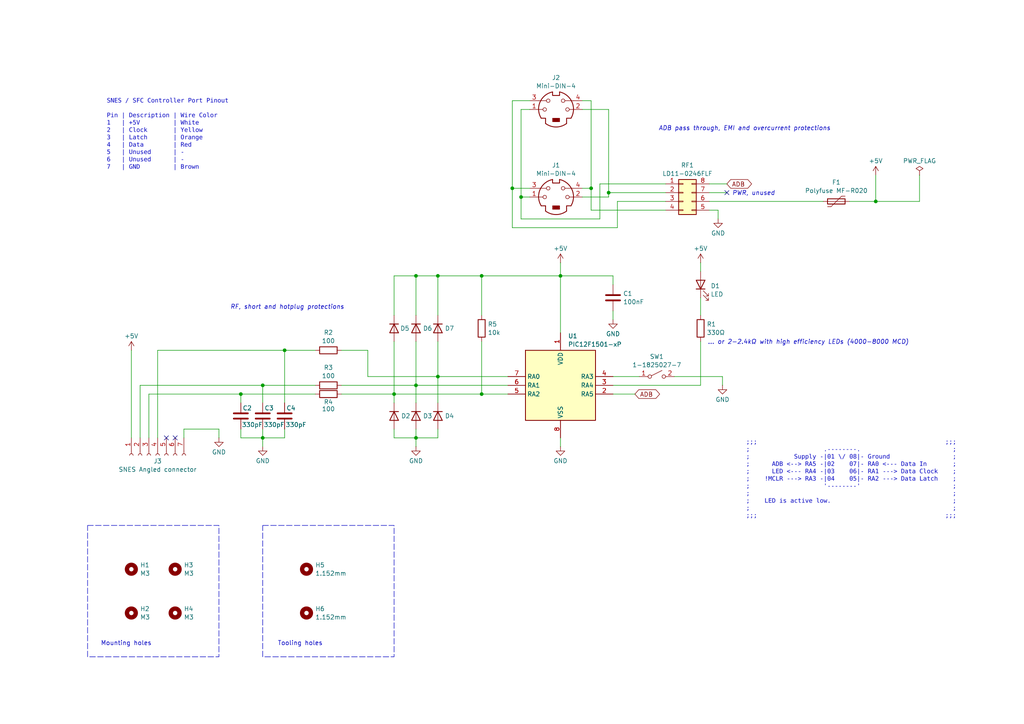
<source format=kicad_sch>
(kicad_sch (version 20231120) (generator "eeschema") (generator_version "8.0")
  (paper "A4")
  (title_block (title "TashPad") (date "2024-05-23") (rev "1.1") (company "Lostwave") (comment 1 "http://68kmla.org") (comment 2 "https://github.com/lampmerchant/tashpad"))
  (lib_symbols
    (symbol "+5V_1" (power) (pin_numbers hide) (pin_names (offset 0) hide)
      (property "Value" "+5V" (at 0 3.556 0))
      (symbol "+5V_1_0_1"
        (polyline (pts (xy -0.762 1.27) (xy 0 2.54)))
        (polyline (pts (xy 0 0) (xy 0 2.54)))
        (polyline (pts (xy 0 2.54) (xy 0.762 1.27)))
      )
      (symbol "+5V_1_1_1"
        (pin power_in line (at 0 0 90) (length 0) (name "~") (number "1"))
      )
    )
    (symbol "Connector:Conn_01x07_Socket" (pin_names (offset 1.016) hide)
      (property "Reference" "J" (at 0 10.16 0))
      (property "Value" "Conn_01x07_Socket" (at 0 -10.16 0))
      (symbol "Conn_01x07_Socket_1_1"
        (arc (start 0 -7.112) (mid -0.5058 -7.62) (end 0 -8.128) (stroke (width 0.1524)))
        (arc (start 0 -4.572) (mid -0.5058 -5.08) (end 0 -5.588) (stroke (width 0.1524)))
        (arc (start 0 -2.032) (mid -0.5058 -2.54) (end 0 -3.048) (stroke (width 0.1524)))
        (polyline (pts (xy -1.27 -7.62) (xy -0.508 -7.62)) (stroke (width 0.1524)))
        (polyline (pts (xy -1.27 -5.08) (xy -0.508 -5.08)) (stroke (width 0.1524)))
        (polyline (pts (xy -1.27 -2.54) (xy -0.508 -2.54)) (stroke (width 0.1524)))
        (polyline (pts (xy -1.27 0) (xy -0.508 0)) (stroke (width 0.1524)))
        (polyline (pts (xy -1.27 2.54) (xy -0.508 2.54)) (stroke (width 0.1524)))
        (polyline (pts (xy -1.27 5.08) (xy -0.508 5.08)) (stroke (width 0.1524)))
        (polyline (pts (xy -1.27 7.62) (xy -0.508 7.62)) (stroke (width 0.1524)))
        (arc (start 0 0.508) (mid -0.5058 0) (end 0 -0.508) (stroke (width 0.1524)))
        (arc (start 0 3.048) (mid -0.5058 2.54) (end 0 2.032) (stroke (width 0.1524)))
        (arc (start 0 5.588) (mid -0.5058 5.08) (end 0 4.572) (stroke (width 0.1524)))
        (arc (start 0 8.128) (mid -0.5058 7.62) (end 0 7.112) (stroke (width 0.1524)))
        (pin passive line (at -5.08 7.62 0) (length 3.81) (name "Pin_1") (number "1"))
        (pin passive line (at -5.08 5.08 0) (length 3.81) (name "Pin_2") (number "2"))
        (pin passive line (at -5.08 2.54 0) (length 3.81) (name "Pin_3") (number "3"))
        (pin passive line (at -5.08 0 0) (length 3.81) (name "Pin_4") (number "4"))
        (pin passive line (at -5.08 -2.54 0) (length 3.81) (name "Pin_5") (number "5"))
        (pin passive line (at -5.08 -5.08 0) (length 3.81) (name "Pin_6") (number "6"))
        (pin passive line (at -5.08 -7.62 0) (length 3.81) (name "Pin_7") (number "7"))
      )
    )
    (symbol "Connector:Mini-DIN-4" (pin_names (offset 1.016))
      (property "Reference" "J" (at 0 6.35 0))
      (property "Value" "Mini-DIN-4" (at 0 -6.35 0))
      (symbol "Mini-DIN-4_0_1"
        (circle (center -3.302 0) (radius 0.508))
        (arc (start -3.048 -4.064) (mid 0 -5.08) (end 3.048 -4.064) (stroke (width 0.254)))
        (circle (center -2.032 2.54) (radius 0.508))
        (rectangle (start -1.016 -2.54) (end 1.016 -3.556) (fill (type outline)))
        (arc (start -1.016 5.08) (mid -4.6228 2.1214) (end -4.318 -2.54) (stroke (width 0.254)))
        (polyline (pts (xy -3.81 0) (xy -5.08 0)))
        (polyline (pts (xy -2.54 2.54) (xy -5.08 2.54)))
        (polyline (pts (xy 2.794 2.54) (xy 5.08 2.54)))
        (polyline (pts (xy 5.08 0) (xy 3.81 0)))
        (polyline (pts (xy -4.318 -2.54) (xy -3.048 -2.54) (xy -3.048 -4.064)) (stroke (width 0.254)))
        (polyline (pts (xy 4.318 -2.54) (xy 3.048 -2.54) (xy 3.048 -4.064)) (stroke (width 0.254)))
        (polyline (pts (xy -1.016 5.08) (xy -1.016 4.064) (xy 1.016 4.064) (xy 1.016 5.08)) (stroke (width 0.254)))
        (circle (center 2.286 2.54) (radius 0.508))
        (circle (center 3.302 0) (radius 0.508))
        (arc (start 4.318 -2.54) (mid 4.6661 2.1322) (end 1.016 5.08) (stroke (width 0.254)))
      )
      (symbol "Mini-DIN-4_1_1"
        (pin passive line (at 7.62 0 180) (length 2.54) (name "~") (number "1"))
        (pin passive line (at -7.62 0 0) (length 2.54) (name "~") (number "2"))
        (pin passive line (at 7.62 2.54 180) (length 2.54) (name "~") (number "3"))
        (pin passive line (at -7.62 2.54 0) (length 2.54) (name "~") (number "4"))
      )
    )
    (symbol "Connector_Generic:Conn_02x04_Counter_Clockwise" (pin_names (offset 1.016) hide)
      (property "Reference" "J" (at 1.27 5.08 0))
      (property "Value" "Conn_02x04_Counter_Clockwise" (at 1.27 -7.62 0))
      (symbol "Conn_02x04_Counter_Clockwise_1_1"
        (rectangle (start -1.27 -4.953) (end 0 -5.207) (stroke (width 0.1524)))
        (rectangle (start -1.27 -2.413) (end 0 -2.667) (stroke (width 0.1524)))
        (rectangle (start -1.27 0.127) (end 0 -0.127) (stroke (width 0.1524)))
        (rectangle (start -1.27 2.667) (end 0 2.413) (stroke (width 0.1524)))
        (rectangle (start -1.27 3.81) (end 3.81 -6.35) (stroke (width 0.254)) (fill (type background)))
        (rectangle (start 3.81 -4.953) (end 2.54 -5.207) (stroke (width 0.1524)))
        (rectangle (start 3.81 -2.413) (end 2.54 -2.667) (stroke (width 0.1524)))
        (rectangle (start 3.81 0.127) (end 2.54 -0.127) (stroke (width 0.1524)))
        (rectangle (start 3.81 2.667) (end 2.54 2.413) (stroke (width 0.1524)))
        (pin passive line (at -5.08 2.54 0) (length 3.81) (name "Pin_1") (number "1"))
        (pin passive line (at -5.08 0 0) (length 3.81) (name "Pin_2") (number "2"))
        (pin passive line (at -5.08 -2.54 0) (length 3.81) (name "Pin_3") (number "3"))
        (pin passive line (at -5.08 -5.08 0) (length 3.81) (name "Pin_4") (number "4"))
        (pin passive line (at 7.62 -5.08 180) (length 3.81) (name "Pin_5") (number "5"))
        (pin passive line (at 7.62 -2.54 180) (length 3.81) (name "Pin_6") (number "6"))
        (pin passive line (at 7.62 0 180) (length 3.81) (name "Pin_7") (number "7"))
        (pin passive line (at 7.62 2.54 180) (length 3.81) (name "Pin_8") (number "8"))
      )
    )
    (symbol "Device:C" (pin_numbers hide) (pin_names (offset 0.254))
      (property "Reference" "C" (at 0.635 2.54 0))
      (property "Value" "C" (at 0.635 -2.54 0))
      (symbol "C_0_1"
        (polyline (pts (xy -2.032 -0.762) (xy 2.032 -0.762)) (stroke (width 0.508)))
        (polyline (pts (xy -2.032 0.762) (xy 2.032 0.762)) (stroke (width 0.508)))
      )
      (symbol "C_1_1"
        (pin passive line (at 0 3.81 270) (length 2.794) (name "~") (number "1"))
        (pin passive line (at 0 -3.81 90) (length 2.794) (name "~") (number "2"))
      )
    )
    (symbol "Device:D" (pin_numbers hide) (pin_names (offset 1.016) hide)
      (property "Reference" "D" (at 0 2.54 0))
      (property "Value" "D" (at 0 -2.54 0))
      (symbol "D_0_1"
        (polyline (pts (xy -1.27 1.27) (xy -1.27 -1.27)) (stroke (width 0.254)))
        (polyline (pts (xy 1.27 0) (xy -1.27 0)))
        (polyline (pts (xy 1.27 1.27) (xy 1.27 -1.27) (xy -1.27 0) (xy 1.27 1.27)) (stroke (width 0.254)))
      )
      (symbol "D_1_1"
        (pin passive line (at -3.81 0 0) (length 2.54) (name "K") (number "1"))
        (pin passive line (at 3.81 0 180) (length 2.54) (name "A") (number "2"))
      )
    )
    (symbol "Device:LED" (pin_numbers hide) (pin_names (offset 1.016) hide)
      (property "Reference" "D" (at 0 2.54 0))
      (property "Value" "LED" (at 0 -2.54 0))
      (symbol "LED_0_1"
        (polyline (pts (xy -1.27 -1.27) (xy -1.27 1.27)) (stroke (width 0.254)))
        (polyline (pts (xy -1.27 0) (xy 1.27 0)))
        (polyline (pts (xy 1.27 -1.27) (xy 1.27 1.27) (xy -1.27 0) (xy 1.27 -1.27)) (stroke (width 0.254)))
        (polyline (pts (xy -3.048 -0.762) (xy -4.572 -2.286) (xy -3.81 -2.286) (xy -4.572 -2.286) (xy -4.572 -1.524)))
        (polyline (pts (xy -1.778 -0.762) (xy -3.302 -2.286) (xy -2.54 -2.286) (xy -3.302 -2.286) (xy -3.302 -1.524)))
      )
      (symbol "LED_1_1"
        (pin passive line (at -3.81 0 0) (length 2.54) (name "K") (number "1"))
        (pin passive line (at 3.81 0 180) (length 2.54) (name "A") (number "2"))
      )
    )
    (symbol "Device:Polyfuse" (pin_numbers hide) (pin_names (offset 0))
      (property "Reference" "F" (at -2.54 0 90))
      (property "Value" "Polyfuse" (at 2.54 0 90))
      (symbol "Polyfuse_0_1"
        (rectangle (start -0.762 2.54) (end 0.762 -2.54) (stroke (width 0.254)))
        (polyline (pts (xy 0 2.54) (xy 0 -2.54)))
        (polyline (pts (xy -1.524 2.54) (xy -1.524 1.524) (xy 1.524 -1.524) (xy 1.524 -2.54)))
      )
      (symbol "Polyfuse_1_1"
        (pin passive line (at 0 3.81 270) (length 1.27) (name "~") (number "1"))
        (pin passive line (at 0 -3.81 90) (length 1.27) (name "~") (number "2"))
      )
    )
    (symbol "Device:R" (pin_numbers hide) (pin_names (offset 0))
      (property "Reference" "R" (at 2.032 0 90))
      (property "Value" "R" (at 0 0 90))
      (symbol "R_0_1"
        (rectangle (start -1.016 -2.54) (end 1.016 2.54) (stroke (width 0.254)))
      )
      (symbol "R_1_1"
        (pin passive line (at 0 3.81 270) (length 1.27) (name "~") (number "1"))
        (pin passive line (at 0 -3.81 90) (length 1.27) (name "~") (number "2"))
      )
    )
    (symbol "GND_3" (power) (pin_names (offset 0))
      (property "Value" "GND" (at 0 -3.81 0))
      (symbol "GND_3_0_1"
        (polyline (pts (xy 0 0) (xy 0 -1.27) (xy 1.27 -1.27) (xy 0 -2.54) (xy -1.27 -1.27) (xy 0 -1.27)))
      )
      (symbol "GND_3_1_1"
        (pin power_in line (at 0 0 270) (length 0) hide (name "GND") (number "1"))
      )
    )
    (symbol "GND_4" (power) (pin_names (offset 0))
      (property "Value" "GND" (at 0 -3.81 0))
      (symbol "GND_4_0_1"
        (polyline (pts (xy 0 0) (xy 0 -1.27) (xy 1.27 -1.27) (xy 0 -2.54) (xy -1.27 -1.27) (xy 0 -1.27)))
      )
      (symbol "GND_4_1_1"
        (pin power_in line (at 0 0 270) (length 0) hide (name "GND") (number "1"))
      )
    )
    (symbol "MCU_Microchip_PIC12:PIC12F1501-xP"
      (property "Reference" "U" (at 1.27 13.97 0))
      (property "Value" "PIC12F1501-xP" (at 1.27 11.43 0))
      (symbol "PIC12F1501-xP_0_1"
        (rectangle (start 10.16 -10.16) (end -10.16 10.16) (stroke (width 0.254)) (fill (type background)))
      )
      (symbol "PIC12F1501-xP_1_1"
        (pin power_in line (at 0 15.24 270) (length 5.08) (name "VDD") (number "1"))
        (pin bidirectional line (at 15.24 -2.54 180) (length 5.08) (name "RA5") (number "2"))
        (pin bidirectional line (at 15.24 0 180) (length 5.08) (name "RA4") (number "3"))
        (pin input line (at 15.24 2.54 180) (length 5.08) (name "RA3") (number "4"))
        (pin bidirectional line (at -15.24 -2.54 0) (length 5.08) (name "RA2") (number "5"))
        (pin bidirectional line (at -15.24 0 0) (length 5.08) (name "RA1") (number "6"))
        (pin bidirectional line (at -15.24 2.54 0) (length 5.08) (name "RA0") (number "7"))
        (pin power_in line (at 0 -15.24 90) (length 5.08) (name "VSS") (number "8"))
      )
    )
    (symbol "Mechanical:MountingHole" (pin_names (offset 1.016)) (exclude_from_sim yes) (in_bom no)
      (property "Reference" "H" (at 0 5.08 0))
      (property "Value" "MountingHole" (at 0 3.175 0))
      (symbol "MountingHole_0_1"
        (circle (center 0 0) (radius 1.27) (stroke (width 1.27)))
      )
    )
    (symbol "Switch:SW_SPST" (pin_names (offset 0) hide)
      (property "Reference" "SW" (at 0 3.175 0))
      (property "Value" "SW_SPST" (at 0 -2.54 0))
      (symbol "SW_SPST_0_0"
        (circle (center -2.032 0) (radius 0.508))
        (polyline (pts (xy -1.524 0.254) (xy 1.524 1.778)))
        (circle (center 2.032 0) (radius 0.508))
      )
      (symbol "SW_SPST_1_1"
        (pin passive line (at -5.08 0 0) (length 2.54) (name "A") (number "1"))
        (pin passive line (at 5.08 0 180) (length 2.54) (name "B") (number "2"))
      )
    )
    (symbol "power:+5V" (power) (pin_names (offset 0))
      (property "Value" "+5V" (at 0 3.556 0))
      (symbol "+5V_0_1"
        (polyline (pts (xy -0.762 1.27) (xy 0 2.54)))
        (polyline (pts (xy 0 0) (xy 0 2.54)))
        (polyline (pts (xy 0 2.54) (xy 0.762 1.27)))
      )
      (symbol "+5V_1_1"
        (pin power_in line (at 0 0 90) (length 0) hide (name "+5V") (number "1"))
      )
    )
    (symbol "power:GND" (power) (pin_numbers hide) (pin_names (offset 0) hide)
      (property "Value" "GND" (at 0 -3.81 0))
      (symbol "GND_0_1"
        (polyline (pts (xy 0 0) (xy 0 -1.27) (xy 1.27 -1.27) (xy 0 -2.54) (xy -1.27 -1.27) (xy 0 -1.27)))
      )
      (symbol "GND_1_1"
        (pin power_in line (at 0 0 270) (length 0) (name "~") (number "1"))
      )
    )
    (symbol "power:PWR_FLAG" (power) (pin_numbers hide) (pin_names (offset 0) hide)
      (property "Value" "PWR_FLAG" (at 0 3.81 0))
      (symbol "PWR_FLAG_0_0"
        (pin power_out line (at 0 0 90) (length 0) (name "pwr") (number "1"))
      )
      (symbol "PWR_FLAG_0_1"
        (polyline (pts (xy 0 0) (xy 0 1.27) (xy -1.016 1.905) (xy 0 2.54) (xy 1.016 1.905) (xy 0 1.27)))
      )
    )
  )
  (junction (at 76.2 111.76))
  (junction (at 120.65 127))
  (junction (at 127 80.01))
  (junction (at 151.13 57.15))
  (junction (at 139.7 80.01))
  (junction (at 162.56 80.01))
  (junction (at 171.45 54.61))
  (junction (at 127 109.22))
  (junction (at 120.65 111.76))
  (junction (at 254 58.42))
  (junction (at 76.2 127))
  (junction (at 176.53 55.88))
  (junction (at 120.65 80.01))
  (junction (at 114.3 114.3))
  (junction (at 82.55 101.6))
  (junction (at 148.59 54.61))
  (junction (at 69.85 114.3))
  (junction (at 139.7 114.3))
  (no_connect (at 210.82 55.88))
  (no_connect (at 48.26 127))
  (no_connect (at 50.8 127))
  (wire (pts (xy 114.3 124.46) (xy 114.3 127)))
  (wire (pts (xy 76.2 111.76) (xy 76.2 116.84)))
  (wire (pts (xy 151.13 31.75) (xy 151.13 57.15)))
  (wire (pts (xy 114.3 91.44) (xy 114.3 80.01)))
  (wire (pts (xy 139.7 80.01) (xy 162.56 80.01)))
  (wire (pts (xy 176.53 55.88) (xy 193.04 55.88)))
  (wire (pts (xy 171.45 54.61) (xy 171.45 60.96)))
  (wire (pts (xy 205.74 53.34) (xy 210.82 53.34)))
  (wire (pts (xy 40.64 111.76) (xy 76.2 111.76)))
  (wire (pts (xy 176.53 31.75) (xy 168.91 31.75)))
  (wire (pts (xy 176.53 57.15) (xy 176.53 55.88)))
  (wire (pts (xy 53.34 127) (xy 53.34 124.46)))
  (wire (pts (xy 179.07 58.42) (xy 179.07 66.04)))
  (wire (pts (xy 99.06 114.3) (xy 114.3 114.3)))
  (wire (pts (xy 53.34 124.46) (xy 63.5 124.46)))
  (wire (pts (xy 148.59 54.61) (xy 153.67 54.61)))
  (wire (pts (xy 177.8 90.17) (xy 177.8 92.71)))
  (wire (pts (xy 177.8 109.22) (xy 185.42 109.22)))
  (wire (pts (xy 193.04 53.34) (xy 173.99 53.34)))
  (wire (pts (xy 176.53 55.88) (xy 176.53 31.75)))
  (wire (pts (xy 139.7 114.3) (xy 147.32 114.3)))
  (wire (pts (xy 205.74 55.88) (xy 210.82 55.88)))
  (wire (pts (xy 45.72 127) (xy 45.72 101.6)))
  (wire (pts (xy 40.64 111.76) (xy 40.64 127)))
  (wire (pts (xy 76.2 124.46) (xy 76.2 127)))
  (wire (pts (xy 162.56 80.01) (xy 162.56 96.52)))
  (wire (pts (xy 151.13 63.5) (xy 151.13 57.15)))
  (wire (pts (xy 120.65 124.46) (xy 120.65 127)))
  (wire (pts (xy 43.18 114.3) (xy 43.18 127)))
  (wire (pts (xy 114.3 80.01) (xy 120.65 80.01)))
  (wire (pts (xy 208.28 63.5) (xy 208.28 60.96)))
  (wire (pts (xy 114.3 127) (xy 120.65 127)))
  (wire (pts (xy 69.85 114.3) (xy 69.85 116.84)))
  (wire (pts (xy 139.7 80.01) (xy 139.7 91.44)))
  (wire (pts (xy 120.65 111.76) (xy 120.65 116.84)))
  (wire (pts (xy 76.2 127) (xy 82.55 127)))
  (wire (pts (xy 193.04 58.42) (xy 179.07 58.42)))
  (wire (pts (xy 120.65 80.01) (xy 120.65 91.44)))
  (wire (pts (xy 266.7 50.8) (xy 266.7 58.42)))
  (wire (pts (xy 177.8 114.3) (xy 184.15 114.3)))
  (wire (pts (xy 209.55 109.22) (xy 209.55 111.76)))
  (wire (pts (xy 203.2 99.06) (xy 203.2 111.76)))
  (wire (pts (xy 153.67 31.75) (xy 151.13 31.75)))
  (wire (pts (xy 76.2 111.76) (xy 91.44 111.76)))
  (wire (pts (xy 82.55 127) (xy 82.55 124.46)))
  (wire (pts (xy 120.65 111.76) (xy 147.32 111.76)))
  (wire (pts (xy 99.06 101.6) (xy 106.68 101.6)))
  (wire (pts (xy 76.2 127) (xy 76.2 129.54)))
  (wire (pts (xy 254 58.42) (xy 266.7 58.42)))
  (wire (pts (xy 139.7 99.06) (xy 139.7 114.3)))
  (wire (pts (xy 45.72 101.6) (xy 82.55 101.6)))
  (wire (pts (xy 203.2 86.36) (xy 203.2 91.44)))
  (wire (pts (xy 127 127) (xy 127 124.46)))
  (wire (pts (xy 69.85 127) (xy 76.2 127)))
  (wire (pts (xy 162.56 127) (xy 162.56 129.54)))
  (wire (pts (xy 120.65 127) (xy 120.65 129.54)))
  (wire (pts (xy 171.45 60.96) (xy 193.04 60.96)))
  (wire (pts (xy 38.1 101.6) (xy 38.1 127)))
  (wire (pts (xy 69.85 124.46) (xy 69.85 127)))
  (wire (pts (xy 120.65 99.06) (xy 120.65 111.76)))
  (wire (pts (xy 127 109.22) (xy 127 116.84)))
  (wire (pts (xy 195.58 109.22) (xy 209.55 109.22)))
  (wire (pts (xy 63.5 124.46) (xy 63.5 127)))
  (wire (pts (xy 127 109.22) (xy 147.32 109.22)))
  (wire (pts (xy 99.06 111.76) (xy 120.65 111.76)))
  (wire (pts (xy 69.85 114.3) (xy 91.44 114.3)))
  (wire (pts (xy 179.07 66.04) (xy 148.59 66.04)))
  (wire (pts (xy 173.99 63.5) (xy 151.13 63.5)))
  (wire (pts (xy 82.55 101.6) (xy 91.44 101.6)))
  (wire (pts (xy 120.65 80.01) (xy 127 80.01)))
  (wire (pts (xy 148.59 66.04) (xy 148.59 54.61)))
  (wire (pts (xy 148.59 29.21) (xy 153.67 29.21)))
  (wire (pts (xy 148.59 54.61) (xy 148.59 29.21)))
  (wire (pts (xy 162.56 76.2) (xy 162.56 80.01)))
  (wire (pts (xy 177.8 80.01) (xy 177.8 82.55)))
  (wire (pts (xy 106.68 109.22) (xy 127 109.22)))
  (wire (pts (xy 171.45 29.21) (xy 168.91 29.21)))
  (wire (pts (xy 120.65 127) (xy 127 127)))
  (wire (pts (xy 168.91 54.61) (xy 171.45 54.61)))
  (wire (pts (xy 127 80.01) (xy 127 91.44)))
  (wire (pts (xy 205.74 58.42) (xy 238.76 58.42)))
  (wire (pts (xy 168.91 57.15) (xy 176.53 57.15)))
  (wire (pts (xy 114.3 114.3) (xy 114.3 116.84)))
  (wire (pts (xy 254 50.8) (xy 254 58.42)))
  (wire (pts (xy 203.2 76.2) (xy 203.2 78.74)))
  (wire (pts (xy 127 99.06) (xy 127 109.22)))
  (wire (pts (xy 43.18 114.3) (xy 69.85 114.3)))
  (wire (pts (xy 177.8 80.01) (xy 162.56 80.01)))
  (wire (pts (xy 106.68 101.6) (xy 106.68 109.22)))
  (wire (pts (xy 82.55 101.6) (xy 82.55 116.84)))
  (wire (pts (xy 177.8 111.76) (xy 203.2 111.76)))
  (wire (pts (xy 151.13 57.15) (xy 153.67 57.15)))
  (wire (pts (xy 246.38 58.42) (xy 254 58.42)))
  (wire (pts (xy 173.99 53.34) (xy 173.99 63.5)))
  (wire (pts (xy 127 80.01) (xy 139.7 80.01)))
  (wire (pts (xy 171.45 54.61) (xy 171.45 29.21)))
  (wire (pts (xy 114.3 114.3) (xy 139.7 114.3)))
  (wire (pts (xy 208.28 60.96) (xy 205.74 60.96)))
  (wire (pts (xy 114.3 99.06) (xy 114.3 114.3)))
  (rectangle (start 76.2 152.4) (end 114.3 190.5) (stroke (width 0) (type dash)))
  (rectangle (start 25.4 152.4) (end 63.5 190.5) (stroke (width 0) (type dash)))
  (text "RF, short and hotplug protections" (at 83.312 89.154 0) (effects (font (size 1.27 1.27) (italic yes))))
  (text "PWR, unused" (at 212.344 56.134 0) (effects (font (size 1.27 1.27) (italic yes)) (justify left)))
  (text "Mounting holes" (at 29.21 186.69 0) (effects (font (size 1.27 1.27)) (justify left)))
  (text "Tooling holes" (at 80.518 186.69 0) (effects (font (size 1.27 1.27)) (justify left)))
  (text "SNES / SFC Controller Port Pinout\n\nPin | Description | Wire Color\n1   | +5V         | White\n2   | Clock       | Yellow\n3   | Latch       | Orange\n4   | Data        | Red\n5   | Unused      | -\n6   | Unused      | -\n7   | GND         | Brown" (at 30.988 39.37 0) (effects (font (size 1.27 1.27)) (justify left)))
  (text ";;;                                                   ;;;\n;                    .--------.                         ;\n;            Supply -|01 \\/ 08|- Ground                 ;\n;      ADB <--> RA5 -|02    07|- RA0 <--- Data In       ;\n;      LED <--- RA4 -|03    06|- RA1 ---> Data Clock    ;\n;    !MCLR ---> RA3 -|04    05|- RA2 ---> Data Latch    ;\n;                    '--------'                         ;\n;                                                       ;\n;    LED is active low.                                 ;\n;                                                       ;\n;;;                                                   ;;;\n" (at 246.888 139.446 0) (effects (font (size 1.27 1.27))))
  (text "… or 2-2.4kΩ with high efficiency LEDs (4000-8000 MCD)" (at 234.442 99.314 0) (effects (font (size 1.27 1.27) (italic yes))))
  (text "ADB pass through, EMI and overcurrent protections" (at 191.008 37.338 0) (effects (font (size 1.27 1.27) (italic yes)) (justify left)))
  (global_label "ADB" (shape bidirectional) (at 210.82 53.34 0) (property "Intersheetrefs" "${INTERSHEET_REFS}" (effects (hide yes))))
  (global_label "ADB" (shape bidirectional) (at 184.15 114.3 0) (property "Intersheetrefs" "${INTERSHEET_REFS}" (effects (hide yes))))
  (symbol (lib_name "GND_3") (lib_id "power:GND") (at 177.8 92.71 0) (unit 1)
    (property "Reference" "#PWR026" (effects (hide yes)))
    (property "Value" "GND" (at 177.8 96.8431 0))
  )
  (symbol (lib_name "+5V_1") (lib_id "power:+5V") (at 203.2 76.2 0) (unit 1)
    (property "Reference" "#PWR08" (effects (hide yes)))
    (property "Value" "+5V" (at 203.2 72.0669 0))
    (property "Description" "Power symbol creates a global label with name \"+5V\"" (effects (hide yes)))
  )
  (symbol (lib_name "GND_4") (lib_id "power:GND") (at 208.28 63.5 0) (unit 1)
    (property "Reference" "#PWR011" (effects (hide yes)))
    (property "Value" "GND" (at 208.28 67.6331 0))
  )
  (symbol (lib_name "+5V_1") (lib_id "power:+5V") (at 162.56 76.2 0) (unit 1)
    (property "Reference" "#PWR02" (effects (hide yes)))
    (property "Value" "+5V" (at 162.56 72.0669 0))
    (property "Description" "Power symbol creates a global label with name \"+5V\"" (effects (hide yes)))
  )
  (symbol (lib_id "Device:R") (at 203.2 95.25 0) (unit 1)
    (property "Reference" "R1" (at 204.978 94.0378 0) (effects (justify left)))
    (property "Value" "330Ω" (at 204.978 96.4621 0) (effects (justify left)))
    (property "Footprint" "Resistor_THT:R_Axial_DIN0207_L6.3mm_D2.5mm_P7.62mm_Horizontal" (effects (hide yes)))
  )
  (symbol (lib_id "power:GND") (at 63.5 127 0) (unit 1)
    (property "Reference" "#PWR04" (effects (hide yes)))
    (property "Value" "GND" (at 63.5 131.1331 0))
    (property "Description" "Power symbol creates a global label with name \"GND\" , ground" (effects (hide yes)))
  )
  (symbol (lib_id "Connector:Mini-DIN-4") (at 161.29 57.15 0) (mirror y) (unit 1)
    (property "Reference" "J1" (at 161.2723 47.9257 0))
    (property "Value" "Mini-DIN-4" (at 161.2723 50.3499 0))
    (property "Footprint" "tashpad:57491811" (effects (hide yes)))
    (property "Datasheet" "http://service.powerdynamics.com/ec/Catalog17/Section%2011.pdf" (effects (hide yes)))
  )
  (symbol (lib_id "Device:LED") (at 203.2 82.55 90) (unit 1)
    (property "Reference" "D1" (at 206.121 82.9253 90) (effects (justify right)))
    (property "Value" "LED" (at 206.121 85.3496 90) (effects (justify right)))
    (property "Footprint" "LED_THT:LED_D5.0mm_Horizontal_O6.35mm_Z3.0mm" (effects (hide yes)))
    (property "Description" "Light emitting diode" (effects (hide yes)))
  )
  (symbol (lib_id "Connector:Mini-DIN-4") (at 161.29 31.75 0) (mirror y) (unit 1)
    (property "Reference" "J2" (at 161.2723 22.5257 0))
    (property "Value" "Mini-DIN-4" (at 161.2723 24.9499 0))
    (property "Footprint" "tashpad:57491811" (effects (hide yes)))
    (property "Datasheet" "http://service.powerdynamics.com/ec/Catalog17/Section%2011.pdf" (effects (hide yes)))
  )
  (symbol (lib_id "power:PWR_FLAG") (at 266.7 50.8 0) (unit 1)
    (property "Reference" "#FLG02" (effects (hide yes)))
    (property "Value" "PWR_FLAG" (at 266.7 46.6669 0))
  )
  (symbol (lib_id "Mechanical:MountingHole") (at 38.1 165.1 0) (unit 1) (exclude_from_sim yes) (in_bom no)
    (property "Reference" "H1" (at 40.64 163.8878 0) (effects (justify left)))
    (property "Value" "M3" (at 40.64 166.3121 0) (effects (justify left)))
    (property "Footprint" "MountingHole:MountingHole_3.2mm_M3" (effects (hide yes)))
    (property "Description" "Mounting Hole without connection" (effects (hide yes)))
  )
  (symbol (lib_id "Device:C") (at 177.8 86.36 180) (unit 1)
    (property "Reference" "C1" (at 180.721 85.1478 0) (effects (justify right)))
    (property "Value" "100nF" (at 180.721 87.5721 0) (effects (justify right)))
    (property "Footprint" "Capacitor_THT:C_Disc_D4.3mm_W1.9mm_P5.00mm" (effects (hide yes)))
  )
  (symbol (lib_id "Mechanical:MountingHole") (at 88.9 165.1 0) (unit 1) (exclude_from_sim yes) (in_bom no)
    (property "Reference" "H5" (at 91.44 163.8878 0) (effects (justify left)))
    (property "Value" "1.152mm" (at 91.44 166.3121 0) (effects (justify left)))
    (property "Footprint" "tashpad:MountingHole_1.152mm" (effects (hide yes)))
    (property "Description" "Mounting Hole without connection" (effects (hide yes)))
  )
  (symbol (lib_name "+5V_1") (lib_id "power:+5V") (at 38.1 101.6 0) (unit 1)
    (property "Reference" "#PWR05" (effects (hide yes)))
    (property "Value" "+5V" (at 38.1 97.4669 0))
    (property "Description" "Power symbol creates a global label with name \"+5V\"" (effects (hide yes)))
  )
  (symbol (lib_id "power:GND") (at 209.55 111.76 0) (unit 1)
    (property "Reference" "#PWR03" (effects (hide yes)))
    (property "Value" "GND" (at 209.55 115.8931 0))
    (property "Description" "Power symbol creates a global label with name \"GND\" , ground" (effects (hide yes)))
  )
  (symbol (lib_id "Connector:Conn_01x07_Socket") (at 45.72 132.08 90) (mirror x) (unit 1)
    (property "Reference" "J3" (at 45.72 133.7493 90))
    (property "Value" "SNES Angled connector" (at 45.72 136.1736 90))
    (property "Footprint" "tashpad:SNES Controller" (effects (hide yes)))
    (property "Description" "Generic connector, single row, 01x07, script generated" (effects (hide yes)))
  )
  (symbol (lib_id "Mechanical:MountingHole") (at 88.9 177.8 0) (unit 1) (exclude_from_sim yes) (in_bom no)
    (property "Reference" "H6" (at 91.44 176.5878 0) (effects (justify left)))
    (property "Value" "1.152mm" (at 91.44 179.0121 0) (effects (justify left)))
    (property "Footprint" "tashpad:MountingHole_1.152mm" (effects (hide yes)))
    (property "Description" "Mounting Hole without connection" (effects (hide yes)))
  )
  (symbol (lib_id "Device:R") (at 95.25 101.6 90) (unit 1)
    (property "Reference" "R2" (at 95.25 96.4395 90))
    (property "Value" "100" (at 95.25 98.8638 90))
    (property "Footprint" "Resistor_THT:R_Axial_DIN0207_L6.3mm_D2.5mm_P7.62mm_Horizontal" (effects (hide yes)))
    (property "Description" "Resistor" (effects (hide yes)))
  )
  (symbol (lib_id "Mechanical:MountingHole") (at 50.8 177.8 0) (unit 1) (exclude_from_sim yes) (in_bom no)
    (property "Reference" "H4" (at 53.34 176.5878 0) (effects (justify left)))
    (property "Value" "M3" (at 53.34 179.0121 0) (effects (justify left)))
    (property "Footprint" "MountingHole:MountingHole_3.2mm_M3" (effects (hide yes)))
    (property "Description" "Mounting Hole without connection" (effects (hide yes)))
  )
  (symbol (lib_id "Connector_Generic:Conn_02x04_Counter_Clockwise") (at 198.12 55.88 0) (unit 1)
    (property "Reference" "RF1" (at 199.39 47.9255 0))
    (property "Value" "LD11-0246FLF" (at 199.39 50.3498 0))
    (property "Footprint" "Package_DIP:DIP-8_W7.62mm" (effects (hide yes)))
  )
  (symbol (lib_id "Device:C") (at 82.55 120.65 0) (unit 1)
    (property "Reference" "C4" (at 83.058 118.364 0) (effects (justify left)))
    (property "Value" "330pF" (at 82.804 123.19 0) (effects (justify left)))
    (property "Footprint" "Capacitor_THT:C_Disc_D4.3mm_W1.9mm_P5.00mm" (effects (hide yes)))
    (property "Description" "Unpolarized capacitor" (effects (hide yes)))
  )
  (symbol (lib_id "Switch:SW_SPST") (at 190.5 109.22 0) (unit 1)
    (property "Reference" "SW1" (at 190.5 103.4245 0))
    (property "Value" "1-1825027-7" (at 190.5 105.8488 0))
    (property "Footprint" "tashpad:118250277" (effects (hide yes)))
    (property "Description" "Single Pole Single Throw (SPST) switch" (effects (hide yes)))
  )
  (symbol (lib_id "Device:D") (at 114.3 95.25 270) (unit 1)
    (property "Reference" "D5" (at 116.078 95.25 90) (effects (justify left)))
    (property "Value" "1N4148" (effects (hide yes)))
    (property "Footprint" "Diode_THT:D_DO-35_SOD27_P7.62mm_Horizontal" (effects (hide yes)))
    (property "Description" "Diode" (effects (hide yes)))
    (property "Sim.Device" "D" (effects (hide yes)))
    (property "Sim.Pins" "1=K 2=A" (effects (hide yes)))
  )
  (symbol (lib_id "MCU_Microchip_PIC12:PIC12F1501-xP") (at 162.56 111.76 0) (unit 1)
    (property "Reference" "U1" (at 164.7541 97.4555 0) (effects (justify left)))
    (property "Value" "PIC12F1501-xP" (at 164.7541 99.8798 0) (effects (justify left)))
    (property "Footprint" "Package_DIP:DIP-8_W7.62mm" (effects (hide yes)))
    (property "Datasheet" "https://ww1.microchip.com/downloads/en/DeviceDoc/41615A.pdf" (effects (hide yes)))
    (property "Description" "1024W FLASH, 64B SRAM, PDIP-8" (effects (hide yes)))
  )
  (symbol (lib_id "Device:R") (at 95.25 111.76 90) (unit 1)
    (property "Reference" "R3" (at 95.25 106.5995 90))
    (property "Value" "100" (at 95.25 109.0238 90))
    (property "Footprint" "Resistor_THT:R_Axial_DIN0207_L6.3mm_D2.5mm_P7.62mm_Horizontal" (effects (hide yes)))
    (property "Description" "Resistor" (effects (hide yes)))
  )
  (symbol (lib_id "Device:D") (at 127 120.65 270) (unit 1)
    (property "Reference" "D4" (at 129.032 120.65 90) (effects (justify left)))
    (property "Value" "1N4148" (effects (hide yes)))
    (property "Footprint" "Diode_THT:D_DO-35_SOD27_P7.62mm_Horizontal" (effects (hide yes)))
    (property "Description" "Diode" (effects (hide yes)))
    (property "Sim.Device" "D" (effects (hide yes)))
    (property "Sim.Pins" "1=K 2=A" (effects (hide yes)))
  )
  (symbol (lib_id "power:+5V") (at 254 50.8 0) (unit 1)
    (property "Reference" "#PWR012" (effects (hide yes)))
    (property "Value" "+5V" (at 254 46.6669 0))
  )
  (symbol (lib_id "Device:D") (at 120.65 120.65 270) (unit 1)
    (property "Reference" "D3" (at 122.682 120.65 90) (effects (justify left)))
    (property "Value" "1N4148" (effects (hide yes)))
    (property "Footprint" "Diode_THT:D_DO-35_SOD27_P7.62mm_Horizontal" (effects (hide yes)))
    (property "Description" "Diode" (effects (hide yes)))
    (property "Sim.Device" "D" (effects (hide yes)))
    (property "Sim.Pins" "1=K 2=A" (effects (hide yes)))
  )
  (symbol (lib_id "Device:D") (at 127 95.25 270) (unit 1)
    (property "Reference" "D7" (at 129.032 95.25 90) (effects (justify left)))
    (property "Value" "1N4148" (effects (hide yes)))
    (property "Footprint" "Diode_THT:D_DO-35_SOD27_P7.62mm_Horizontal" (effects (hide yes)))
    (property "Description" "Diode" (effects (hide yes)))
    (property "Sim.Device" "D" (effects (hide yes)))
    (property "Sim.Pins" "1=K 2=A" (effects (hide yes)))
  )
  (symbol (lib_id "Device:Polyfuse") (at 242.57 58.42 90) (unit 1)
    (property "Reference" "F1" (at 242.57 52.8787 90))
    (property "Value" "Polyfuse MF-R020" (at 242.57 55.3029 90))
    (property "Footprint" "Fuse:Fuse_Bourns_MF-RHT050" (effects (hide yes)))
  )
  (symbol (lib_id "Device:C") (at 69.85 120.65 0) (unit 1)
    (property "Reference" "C2" (at 70.358 118.364 0) (effects (justify left)))
    (property "Value" "330pF" (at 70.104 123.19 0) (effects (justify left)))
    (property "Footprint" "Capacitor_THT:C_Disc_D4.3mm_W1.9mm_P5.00mm" (effects (hide yes)))
    (property "Description" "Unpolarized capacitor" (effects (hide yes)))
  )
  (symbol (lib_id "Mechanical:MountingHole") (at 38.1 177.8 0) (unit 1) (exclude_from_sim yes) (in_bom no)
    (property "Reference" "H2" (at 40.64 176.5878 0) (effects (justify left)))
    (property "Value" "M3" (at 40.64 179.0121 0) (effects (justify left)))
    (property "Footprint" "MountingHole:MountingHole_3.2mm_M3" (effects (hide yes)))
    (property "Description" "Mounting Hole without connection" (effects (hide yes)))
  )
  (symbol (lib_id "Mechanical:MountingHole") (at 50.8 165.1 0) (unit 1) (exclude_from_sim yes) (in_bom no)
    (property "Reference" "H3" (at 53.34 163.8878 0) (effects (justify left)))
    (property "Value" "M3" (at 53.34 166.3121 0) (effects (justify left)))
    (property "Footprint" "MountingHole:MountingHole_3.2mm_M3" (effects (hide yes)))
    (property "Description" "Mounting Hole without connection" (effects (hide yes)))
  )
  (symbol (lib_id "power:GND") (at 76.2 129.54 0) (unit 1)
    (property "Reference" "#PWR07" (effects (hide yes)))
    (property "Value" "GND" (at 76.2 133.6731 0))
    (property "Description" "Power symbol creates a global label with name \"GND\" , ground" (effects (hide yes)))
  )
  (symbol (lib_id "Device:D") (at 120.65 95.25 270) (unit 1)
    (property "Reference" "D6" (at 122.682 95.25 90) (effects (justify left)))
    (property "Value" "1N4148" (effects (hide yes)))
    (property "Footprint" "Diode_THT:D_DO-35_SOD27_P7.62mm_Horizontal" (effects (hide yes)))
    (property "Description" "Diode" (effects (hide yes)))
    (property "Sim.Device" "D" (effects (hide yes)))
    (property "Sim.Pins" "1=K 2=A" (effects (hide yes)))
  )
  (symbol (lib_id "Device:C") (at 76.2 120.65 0) (unit 1)
    (property "Reference" "C3" (at 76.708 118.364 0) (effects (justify left)))
    (property "Value" "330pF" (at 76.454 123.19 0) (effects (justify left)))
    (property "Footprint" "Capacitor_THT:C_Disc_D4.3mm_W1.9mm_P5.00mm" (effects (hide yes)))
    (property "Description" "Unpolarized capacitor" (effects (hide yes)))
  )
  (symbol (lib_id "Device:R") (at 95.25 114.3 90) (unit 1)
    (property "Reference" "R4" (at 95.25 116.586 90))
    (property "Value" "100" (at 95.25 118.618 90))
    (property "Footprint" "Resistor_THT:R_Axial_DIN0207_L6.3mm_D2.5mm_P7.62mm_Horizontal" (effects (hide yes)))
    (property "Description" "Resistor" (effects (hide yes)))
  )
  (symbol (lib_id "power:GND") (at 162.56 129.54 0) (unit 1)
    (property "Reference" "#PWR01" (effects (hide yes)))
    (property "Value" "GND" (at 162.56 133.6731 0))
    (property "Description" "Power symbol creates a global label with name \"GND\" , ground" (effects (hide yes)))
  )
  (symbol (lib_id "Device:D") (at 114.3 120.65 270) (unit 1)
    (property "Reference" "D2" (at 116.332 120.65 90) (effects (justify left)))
    (property "Value" "1N4148" (effects (hide yes)))
    (property "Footprint" "Diode_THT:D_DO-35_SOD27_P7.62mm_Horizontal" (effects (hide yes)))
    (property "Description" "Diode" (effects (hide yes)))
    (property "Sim.Device" "D" (effects (hide yes)))
    (property "Sim.Pins" "1=K 2=A" (effects (hide yes)))
  )
  (symbol (lib_id "power:GND") (at 120.65 129.54 0) (unit 1)
    (property "Reference" "#PWR06" (effects (hide yes)))
    (property "Value" "GND" (at 120.65 133.6731 0))
    (property "Description" "Power symbol creates a global label with name \"GND\" , ground" (effects (hide yes)))
  )
  (symbol (lib_id "Device:R") (at 139.7 95.25 0) (unit 1)
    (property "Reference" "R5" (at 141.478 94.0378 0) (effects (justify left)))
    (property "Value" "10k" (at 141.478 96.4621 0) (effects (justify left)))
    (property "Footprint" "Resistor_THT:R_Axial_DIN0207_L6.3mm_D2.5mm_P7.62mm_Horizontal" (effects (hide yes)))
  )
)
</source>
